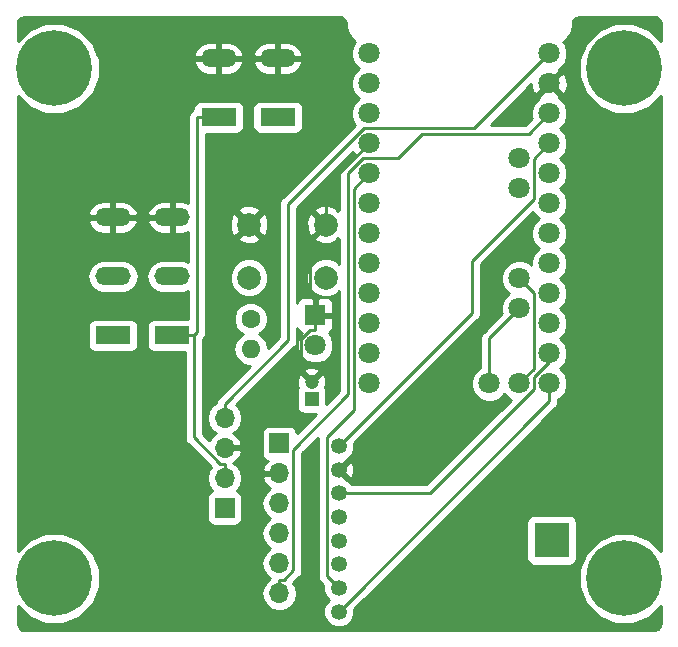
<source format=gbr>
G04 #@! TF.GenerationSoftware,KiCad,Pcbnew,(5.0.2)-1*
G04 #@! TF.CreationDate,2020-02-25T13:04:58+01:00*
G04 #@! TF.ProjectId,HB-UNI-Sen-Lev-Vo,48422d55-4e49-42d5-9365-6e2d4c65762d,V1.0.3*
G04 #@! TF.SameCoordinates,Original*
G04 #@! TF.FileFunction,Copper,L2,Bot*
G04 #@! TF.FilePolarity,Positive*
%FSLAX46Y46*%
G04 Gerber Fmt 4.6, Leading zero omitted, Abs format (unit mm)*
G04 Created by KiCad (PCBNEW (5.0.2)-1) date 25.02.2020 13:04:58*
%MOMM*%
%LPD*%
G01*
G04 APERTURE LIST*
G04 #@! TA.AperFunction,ComponentPad*
%ADD10R,1.200000X1.200000*%
G04 #@! TD*
G04 #@! TA.AperFunction,ComponentPad*
%ADD11C,1.200000*%
G04 #@! TD*
G04 #@! TA.AperFunction,ComponentPad*
%ADD12R,1.800000X1.800000*%
G04 #@! TD*
G04 #@! TA.AperFunction,ComponentPad*
%ADD13C,1.800000*%
G04 #@! TD*
G04 #@! TA.AperFunction,ComponentPad*
%ADD14R,1.700000X1.700000*%
G04 #@! TD*
G04 #@! TA.AperFunction,ComponentPad*
%ADD15O,1.700000X1.700000*%
G04 #@! TD*
G04 #@! TA.AperFunction,ComponentPad*
%ADD16C,1.600000*%
G04 #@! TD*
G04 #@! TA.AperFunction,ComponentPad*
%ADD17O,1.600000X1.600000*%
G04 #@! TD*
G04 #@! TA.AperFunction,ComponentPad*
%ADD18C,2.000000*%
G04 #@! TD*
G04 #@! TA.AperFunction,ComponentPad*
%ADD19C,1.350000*%
G04 #@! TD*
G04 #@! TA.AperFunction,ComponentPad*
%ADD20C,0.800000*%
G04 #@! TD*
G04 #@! TA.AperFunction,ComponentPad*
%ADD21C,6.400000*%
G04 #@! TD*
G04 #@! TA.AperFunction,ComponentPad*
%ADD22R,3.000000X3.000000*%
G04 #@! TD*
G04 #@! TA.AperFunction,ComponentPad*
%ADD23R,3.000000X1.500000*%
G04 #@! TD*
G04 #@! TA.AperFunction,ComponentPad*
%ADD24O,3.000000X1.500000*%
G04 #@! TD*
G04 #@! TA.AperFunction,Conductor*
%ADD25C,0.250000*%
G04 #@! TD*
G04 #@! TA.AperFunction,Conductor*
%ADD26C,0.254000*%
G04 #@! TD*
G04 APERTURE END LIST*
D10*
G04 #@! TO.P,C1,1*
G04 #@! TO.N,+3V3*
X150050000Y-83883500D03*
D11*
G04 #@! TO.P,C1,2*
G04 #@! TO.N,GND*
X150050000Y-82383500D03*
G04 #@! TD*
D12*
G04 #@! TO.P,D1,1*
G04 #@! TO.N,GND*
X150368000Y-76771500D03*
D13*
G04 #@! TO.P,D1,2*
G04 #@! TO.N,Net-(D1-Pad2)*
X150368000Y-79311500D03*
G04 #@! TD*
D14*
G04 #@! TO.P,J8,1*
G04 #@! TO.N,+3V3*
X147320000Y-87630000D03*
D15*
G04 #@! TO.P,J8,2*
G04 #@! TO.N,GND*
X147320000Y-90170000D03*
G04 #@! TO.P,J8,3*
G04 #@! TO.N,/MOSI*
X147320000Y-92710000D03*
G04 #@! TO.P,J8,4*
G04 #@! TO.N,/SCK*
X147320000Y-95250000D03*
G04 #@! TO.P,J8,5*
G04 #@! TO.N,/MISO*
X147320000Y-97790000D03*
G04 #@! TO.P,J8,6*
G04 #@! TO.N,/RSET*
X147320000Y-100330000D03*
G04 #@! TD*
D16*
G04 #@! TO.P,R1,1*
G04 #@! TO.N,Net-(R1-Pad1)*
X144907000Y-77089000D03*
D17*
G04 #@! TO.P,R1,2*
G04 #@! TO.N,Net-(D1-Pad2)*
X144907000Y-79629000D03*
G04 #@! TD*
D18*
G04 #@! TO.P,SW1,2*
G04 #@! TO.N,GND*
X151257000Y-69096500D03*
G04 #@! TO.P,SW1,1*
G04 #@! TO.N,Net-(SW1-Pad1)*
X151257000Y-73596500D03*
G04 #@! TO.P,SW1,2*
G04 #@! TO.N,GND*
X144757000Y-69096500D03*
G04 #@! TO.P,SW1,1*
G04 #@! TO.N,Net-(SW1-Pad1)*
X144757000Y-73596500D03*
G04 #@! TD*
D13*
G04 #@! TO.P,U1,28*
G04 #@! TO.N,Net-(U1-Pad28)*
X167640000Y-73660000D03*
G04 #@! TO.P,U1,27*
G04 #@! TO.N,Net-(U1-Pad27)*
X167640000Y-76200000D03*
X165100000Y-82550000D03*
G04 #@! TO.P,U1,28*
G04 #@! TO.N,Net-(U1-Pad28)*
X167640000Y-82550000D03*
G04 #@! TO.P,U1,1*
G04 #@! TO.N,/SS*
X170180000Y-82550000D03*
G04 #@! TO.P,U1,2*
G04 #@! TO.N,/MOSI*
X170180000Y-80010000D03*
G04 #@! TO.P,U1,3*
G04 #@! TO.N,/MISO*
X170180000Y-77470000D03*
G04 #@! TO.P,U1,4*
G04 #@! TO.N,/SCK*
X170180000Y-74930000D03*
G04 #@! TO.P,U1,5*
G04 #@! TO.N,/A0*
X170180000Y-72390000D03*
G04 #@! TO.P,U1,6*
G04 #@! TO.N,Net-(U1-Pad6)*
X170180000Y-69850000D03*
G04 #@! TO.P,U1,7*
G04 #@! TO.N,Net-(U1-Pad7)*
X170180000Y-67310000D03*
G04 #@! TO.P,U1,8*
G04 #@! TO.N,Net-(U1-Pad8)*
X170180000Y-64770000D03*
G04 #@! TO.P,U1,9*
G04 #@! TO.N,+3V3*
X170180000Y-62230000D03*
G04 #@! TO.P,U1,10*
G04 #@! TO.N,/RSET*
X170180000Y-59690000D03*
G04 #@! TO.P,U1,11*
G04 #@! TO.N,GND*
X170180000Y-57150000D03*
G04 #@! TO.P,U1,12*
G04 #@! TO.N,+5V*
X170180000Y-54610000D03*
G04 #@! TO.P,U1,13*
G04 #@! TO.N,N/C*
X154940000Y-54610000D03*
G04 #@! TO.P,U1,14*
X154940000Y-57150000D03*
G04 #@! TO.P,U1,15*
X154940000Y-59690000D03*
G04 #@! TO.P,U1,16*
G04 #@! TO.N,GND*
X154940000Y-62230000D03*
G04 #@! TO.P,U1,17*
G04 #@! TO.N,/D2*
X154940000Y-64770000D03*
G04 #@! TO.P,U1,18*
G04 #@! TO.N,Net-(U1-Pad18)*
X154940000Y-67310000D03*
G04 #@! TO.P,U1,19*
G04 #@! TO.N,Net-(R1-Pad1)*
X154940000Y-69850000D03*
G04 #@! TO.P,U1,20*
G04 #@! TO.N,Net-(U1-Pad20)*
X154940000Y-72390000D03*
G04 #@! TO.P,U1,21*
G04 #@! TO.N,Net-(U1-Pad21)*
X154940000Y-74930000D03*
G04 #@! TO.P,U1,22*
G04 #@! TO.N,Net-(U1-Pad22)*
X154940000Y-77470000D03*
G04 #@! TO.P,U1,23*
G04 #@! TO.N,Net-(SW1-Pad1)*
X154940000Y-80010000D03*
G04 #@! TO.P,U1,24*
G04 #@! TO.N,Net-(U1-Pad24)*
X154940000Y-82550000D03*
G04 #@! TO.P,U1,25*
G04 #@! TO.N,Net-(U1-Pad25)*
X167640000Y-66040000D03*
G04 #@! TO.P,U1,26*
G04 #@! TO.N,Net-(U1-Pad26)*
X167640000Y-63500000D03*
G04 #@! TD*
D19*
G04 #@! TO.P,U2,8*
G04 #@! TO.N,/SS*
X152360000Y-101860000D03*
G04 #@! TO.P,U2,1*
G04 #@! TO.N,+3V3*
X152360000Y-87860000D03*
G04 #@! TO.P,U2,2*
G04 #@! TO.N,GND*
X152360000Y-89860000D03*
G04 #@! TO.P,U2,3*
G04 #@! TO.N,/MOSI*
X152360000Y-91860000D03*
G04 #@! TO.P,U2,4*
G04 #@! TO.N,/SCK*
X152360000Y-93860000D03*
G04 #@! TO.P,U2,5*
G04 #@! TO.N,/MISO*
X152360000Y-95860000D03*
G04 #@! TO.P,U2,6*
G04 #@! TO.N,Net-(U2-Pad6)*
X152360000Y-97860000D03*
G04 #@! TO.P,U2,7*
G04 #@! TO.N,/D2*
X152360000Y-99860000D03*
G04 #@! TD*
D20*
G04 #@! TO.P,REF02,1*
G04 #@! TO.N,N/C*
X178227056Y-54182944D03*
X176530000Y-53480000D03*
X174832944Y-54182944D03*
X174130000Y-55880000D03*
X174832944Y-57577056D03*
X176530000Y-58280000D03*
X178227056Y-57577056D03*
X178930000Y-55880000D03*
D21*
X176530000Y-55880000D03*
G04 #@! TD*
D20*
G04 #@! TO.P,REF01,1*
G04 #@! TO.N,N/C*
X129967056Y-54182944D03*
X128270000Y-53480000D03*
X126572944Y-54182944D03*
X125870000Y-55880000D03*
X126572944Y-57577056D03*
X128270000Y-58280000D03*
X129967056Y-57577056D03*
X130670000Y-55880000D03*
D21*
X128270000Y-55880000D03*
G04 #@! TD*
D20*
G04 #@! TO.P,REF03,1*
G04 #@! TO.N,N/C*
X129967056Y-97362944D03*
X128270000Y-96660000D03*
X126572944Y-97362944D03*
X125870000Y-99060000D03*
X126572944Y-100757056D03*
X128270000Y-101460000D03*
X129967056Y-100757056D03*
X130670000Y-99060000D03*
D21*
X128270000Y-99060000D03*
G04 #@! TD*
D20*
G04 #@! TO.P,REF04,1*
G04 #@! TO.N,N/C*
X178227056Y-97362944D03*
X176530000Y-96660000D03*
X174832944Y-97362944D03*
X174130000Y-99060000D03*
X174832944Y-100757056D03*
X176530000Y-101460000D03*
X178227056Y-100757056D03*
X178930000Y-99060000D03*
D21*
X176530000Y-99060000D03*
G04 #@! TD*
D22*
G04 #@! TO.P,Antenne,1*
G04 #@! TO.N,N/C*
X170383000Y-95821500D03*
G04 #@! TD*
D14*
G04 #@! TO.P,J2,1*
G04 #@! TO.N,Net-(J2-Pad1)*
X142684000Y-93091000D03*
D15*
G04 #@! TO.P,J2,2*
G04 #@! TO.N,+12V*
X142684000Y-90551000D03*
G04 #@! TO.P,J2,3*
G04 #@! TO.N,GND*
X142684000Y-88011000D03*
G04 #@! TO.P,J2,4*
G04 #@! TO.N,+5V*
X142684000Y-85471000D03*
G04 #@! TD*
D23*
G04 #@! TO.P,J1,1*
G04 #@! TO.N,+12V*
X147193000Y-60007500D03*
X142193000Y-60007500D03*
D24*
G04 #@! TO.P,J1,2*
G04 #@! TO.N,GND*
X147193000Y-55007500D03*
X142193000Y-55007500D03*
G04 #@! TD*
D23*
G04 #@! TO.P,J6,1*
G04 #@! TO.N,+12V*
X138240000Y-78486000D03*
X133240000Y-78486000D03*
D24*
G04 #@! TO.P,J6,2*
G04 #@! TO.N,/A0*
X138240000Y-73486000D03*
X133240000Y-73486000D03*
G04 #@! TO.P,J6,3*
G04 #@! TO.N,GND*
X138240000Y-68486000D03*
X133240000Y-68486000D03*
G04 #@! TD*
D25*
G04 #@! TO.N,+3V3*
X152360000Y-87860000D02*
X163598500Y-76621500D01*
X163598500Y-76621500D02*
X163598500Y-72158600D01*
X163598500Y-72158600D02*
X168865400Y-66891700D01*
X168865400Y-66891700D02*
X168865400Y-63544600D01*
X168865400Y-63544600D02*
X170180000Y-62230000D01*
G04 #@! TO.N,GND*
X150368000Y-76771500D02*
X150368000Y-77996800D01*
X150050000Y-82383500D02*
X149142700Y-81476200D01*
X149142700Y-81476200D02*
X149142700Y-78762500D01*
X149142700Y-78762500D02*
X149908400Y-77996800D01*
X149908400Y-77996800D02*
X150368000Y-77996800D01*
X150368000Y-76771500D02*
X150368000Y-75546200D01*
X151257000Y-69096500D02*
X149912500Y-70441000D01*
X149912500Y-70441000D02*
X149912500Y-75090700D01*
X149912500Y-75090700D02*
X150368000Y-75546200D01*
X154940000Y-62230000D02*
X151257000Y-65913000D01*
X151257000Y-65913000D02*
X151257000Y-69096500D01*
G04 #@! TO.N,/MOSI*
X152360000Y-91860000D02*
X160069200Y-91860000D01*
X160069200Y-91860000D02*
X168910000Y-83019200D01*
X168910000Y-83019200D02*
X168910000Y-82002000D01*
X168910000Y-82002000D02*
X170180000Y-80732000D01*
X170180000Y-80732000D02*
X170180000Y-80010000D01*
G04 #@! TO.N,/RSET*
X147320000Y-100330000D02*
X147320000Y-99154700D01*
X170180000Y-59690000D02*
X168459600Y-61410400D01*
X168459600Y-61410400D02*
X159430400Y-61410400D01*
X159430400Y-61410400D02*
X157340800Y-63500000D01*
X157340800Y-63500000D02*
X154404100Y-63500000D01*
X154404100Y-63500000D02*
X153175000Y-64729100D01*
X153175000Y-64729100D02*
X153175000Y-83474900D01*
X153175000Y-83474900D02*
X148495300Y-88154600D01*
X148495300Y-88154600D02*
X148495300Y-98346800D01*
X148495300Y-98346800D02*
X147687400Y-99154700D01*
X147687400Y-99154700D02*
X147320000Y-99154700D01*
G04 #@! TO.N,Net-(U1-Pad28)*
X167640000Y-82550000D02*
X168872400Y-81317600D01*
X168872400Y-81317600D02*
X168872400Y-74892400D01*
X168872400Y-74892400D02*
X167640000Y-73660000D01*
G04 #@! TO.N,Net-(U1-Pad27)*
X165100000Y-82550000D02*
X165100000Y-78740000D01*
X165100000Y-78740000D02*
X167640000Y-76200000D01*
G04 #@! TO.N,/SS*
X170180000Y-82550000D02*
X170180000Y-84040000D01*
X170180000Y-84040000D02*
X152360000Y-101860000D01*
G04 #@! TO.N,/D2*
X152360000Y-99860000D02*
X151351400Y-98851400D01*
X151351400Y-98851400D02*
X151351400Y-87101600D01*
X151351400Y-87101600D02*
X153625400Y-84827600D01*
X153625400Y-84827600D02*
X153625400Y-66084600D01*
X153625400Y-66084600D02*
X154940000Y-64770000D01*
G04 #@! TO.N,+12V*
X142193000Y-60007500D02*
X140367700Y-60007500D01*
X140367700Y-60007500D02*
X140367700Y-78183600D01*
X140367700Y-78183600D02*
X140065300Y-78486000D01*
X142684000Y-90551000D02*
X142684000Y-89375700D01*
X138240000Y-78486000D02*
X140065300Y-78486000D01*
X140065300Y-78486000D02*
X140065300Y-87124300D01*
X140065300Y-87124300D02*
X142316700Y-89375700D01*
X142316700Y-89375700D02*
X142684000Y-89375700D01*
G04 #@! TO.N,+5V*
X142684000Y-85471000D02*
X142684000Y-84295700D01*
X142684000Y-84295700D02*
X148090100Y-78889600D01*
X148090100Y-78889600D02*
X148090100Y-67346900D01*
X148090100Y-67346900D02*
X154477000Y-60960000D01*
X154477000Y-60960000D02*
X163830000Y-60960000D01*
X163830000Y-60960000D02*
X170180000Y-54610000D01*
G04 #@! TD*
D26*
G04 #@! TO.N,GND*
G36*
X152587787Y-51554065D02*
X152752920Y-51649405D01*
X152875488Y-51795477D01*
X152951555Y-52004465D01*
X152962702Y-52131880D01*
X152981996Y-52352413D01*
X153006003Y-52442010D01*
X153022112Y-52533368D01*
X153172965Y-52947830D01*
X153172966Y-52947835D01*
X153296257Y-53161380D01*
X153579769Y-53499256D01*
X153742978Y-53636205D01*
X153638690Y-53740493D01*
X153405000Y-54304670D01*
X153405000Y-54915330D01*
X153638690Y-55479507D01*
X154039183Y-55880000D01*
X153638690Y-56280493D01*
X153405000Y-56844670D01*
X153405000Y-57455330D01*
X153638690Y-58019507D01*
X154039183Y-58420000D01*
X153638690Y-58820493D01*
X153405000Y-59384670D01*
X153405000Y-59995330D01*
X153638690Y-60559507D01*
X153720691Y-60641508D01*
X147605628Y-66756571D01*
X147542172Y-66798971D01*
X147499772Y-66862427D01*
X147499771Y-66862428D01*
X147468314Y-66909507D01*
X147374197Y-67050363D01*
X147333487Y-67255028D01*
X147315212Y-67346900D01*
X147330101Y-67421752D01*
X147330100Y-78574798D01*
X146354482Y-79550416D01*
X146258740Y-79069091D01*
X145941577Y-78594423D01*
X145589832Y-78359394D01*
X145719862Y-78305534D01*
X146123534Y-77901862D01*
X146342000Y-77374439D01*
X146342000Y-76803561D01*
X146123534Y-76276138D01*
X145719862Y-75872466D01*
X145192439Y-75654000D01*
X144621561Y-75654000D01*
X144094138Y-75872466D01*
X143690466Y-76276138D01*
X143472000Y-76803561D01*
X143472000Y-77374439D01*
X143690466Y-77901862D01*
X144094138Y-78305534D01*
X144224168Y-78359394D01*
X143872423Y-78594423D01*
X143555260Y-79069091D01*
X143443887Y-79629000D01*
X143555260Y-80188909D01*
X143872423Y-80663577D01*
X144347091Y-80980740D01*
X144765667Y-81064000D01*
X144840899Y-81064000D01*
X142199528Y-83705371D01*
X142136072Y-83747771D01*
X142093672Y-83811227D01*
X142093671Y-83811228D01*
X141968097Y-83999163D01*
X141930430Y-84188525D01*
X141613375Y-84400375D01*
X141285161Y-84891582D01*
X141169908Y-85471000D01*
X141285161Y-86050418D01*
X141613375Y-86541625D01*
X141932478Y-86754843D01*
X141802642Y-86815817D01*
X141412355Y-87244076D01*
X141367697Y-87351896D01*
X140825300Y-86809499D01*
X140825300Y-78800801D01*
X140852170Y-78773931D01*
X140915629Y-78731529D01*
X141083604Y-78480137D01*
X141127700Y-78258452D01*
X141127700Y-78258448D01*
X141142588Y-78183601D01*
X141127700Y-78108754D01*
X141127700Y-73271278D01*
X143122000Y-73271278D01*
X143122000Y-73921722D01*
X143370914Y-74522653D01*
X143830847Y-74982586D01*
X144431778Y-75231500D01*
X145082222Y-75231500D01*
X145683153Y-74982586D01*
X146143086Y-74522653D01*
X146392000Y-73921722D01*
X146392000Y-73271278D01*
X146143086Y-72670347D01*
X145683153Y-72210414D01*
X145082222Y-71961500D01*
X144431778Y-71961500D01*
X143830847Y-72210414D01*
X143370914Y-72670347D01*
X143122000Y-73271278D01*
X141127700Y-73271278D01*
X141127700Y-70249032D01*
X143784073Y-70249032D01*
X143882736Y-70515887D01*
X144492461Y-70742408D01*
X145142460Y-70718356D01*
X145631264Y-70515887D01*
X145729927Y-70249032D01*
X144757000Y-69276105D01*
X143784073Y-70249032D01*
X141127700Y-70249032D01*
X141127700Y-68831961D01*
X143111092Y-68831961D01*
X143135144Y-69481960D01*
X143337613Y-69970764D01*
X143604468Y-70069427D01*
X144577395Y-69096500D01*
X144936605Y-69096500D01*
X145909532Y-70069427D01*
X146176387Y-69970764D01*
X146402908Y-69361039D01*
X146378856Y-68711040D01*
X146176387Y-68222236D01*
X145909532Y-68123573D01*
X144936605Y-69096500D01*
X144577395Y-69096500D01*
X143604468Y-68123573D01*
X143337613Y-68222236D01*
X143111092Y-68831961D01*
X141127700Y-68831961D01*
X141127700Y-67943968D01*
X143784073Y-67943968D01*
X144757000Y-68916895D01*
X145729927Y-67943968D01*
X145631264Y-67677113D01*
X145021539Y-67450592D01*
X144371540Y-67474644D01*
X143882736Y-67677113D01*
X143784073Y-67943968D01*
X141127700Y-67943968D01*
X141127700Y-61404940D01*
X143693000Y-61404940D01*
X143940765Y-61355657D01*
X144150809Y-61215309D01*
X144291157Y-61005265D01*
X144340440Y-60757500D01*
X144340440Y-59257500D01*
X145045560Y-59257500D01*
X145045560Y-60757500D01*
X145094843Y-61005265D01*
X145235191Y-61215309D01*
X145445235Y-61355657D01*
X145693000Y-61404940D01*
X148693000Y-61404940D01*
X148940765Y-61355657D01*
X149150809Y-61215309D01*
X149291157Y-61005265D01*
X149340440Y-60757500D01*
X149340440Y-59257500D01*
X149291157Y-59009735D01*
X149150809Y-58799691D01*
X148940765Y-58659343D01*
X148693000Y-58610060D01*
X145693000Y-58610060D01*
X145445235Y-58659343D01*
X145235191Y-58799691D01*
X145094843Y-59009735D01*
X145045560Y-59257500D01*
X144340440Y-59257500D01*
X144291157Y-59009735D01*
X144150809Y-58799691D01*
X143940765Y-58659343D01*
X143693000Y-58610060D01*
X140693000Y-58610060D01*
X140445235Y-58659343D01*
X140235191Y-58799691D01*
X140094843Y-59009735D01*
X140045560Y-59257500D01*
X140045560Y-59308703D01*
X139819771Y-59459571D01*
X139651796Y-59710963D01*
X139592811Y-60007500D01*
X139607700Y-60082352D01*
X139607700Y-67246252D01*
X139117000Y-67101000D01*
X138367000Y-67101000D01*
X138367000Y-68359000D01*
X138387000Y-68359000D01*
X138387000Y-68613000D01*
X138367000Y-68613000D01*
X138367000Y-69871000D01*
X139117000Y-69871000D01*
X139607701Y-69725748D01*
X139607701Y-72233010D01*
X139530400Y-72181359D01*
X139126407Y-72101000D01*
X137353593Y-72101000D01*
X136949600Y-72181359D01*
X136491471Y-72487471D01*
X136185359Y-72945600D01*
X136077867Y-73486000D01*
X136185359Y-74026400D01*
X136491471Y-74484529D01*
X136949600Y-74790641D01*
X137353593Y-74871000D01*
X139126407Y-74871000D01*
X139530400Y-74790641D01*
X139607701Y-74738990D01*
X139607701Y-77088560D01*
X136740000Y-77088560D01*
X136492235Y-77137843D01*
X136282191Y-77278191D01*
X136141843Y-77488235D01*
X136092560Y-77736000D01*
X136092560Y-79236000D01*
X136141843Y-79483765D01*
X136282191Y-79693809D01*
X136492235Y-79834157D01*
X136740000Y-79883440D01*
X139305300Y-79883440D01*
X139305301Y-87049448D01*
X139290412Y-87124300D01*
X139305301Y-87199152D01*
X139349397Y-87420837D01*
X139517372Y-87672229D01*
X139580828Y-87714629D01*
X141506509Y-89640312D01*
X141285161Y-89971582D01*
X141169908Y-90551000D01*
X141285161Y-91130418D01*
X141613375Y-91621625D01*
X141631619Y-91633816D01*
X141586235Y-91642843D01*
X141376191Y-91783191D01*
X141235843Y-91993235D01*
X141186560Y-92241000D01*
X141186560Y-93941000D01*
X141235843Y-94188765D01*
X141376191Y-94398809D01*
X141586235Y-94539157D01*
X141834000Y-94588440D01*
X143534000Y-94588440D01*
X143781765Y-94539157D01*
X143991809Y-94398809D01*
X144132157Y-94188765D01*
X144181440Y-93941000D01*
X144181440Y-92241000D01*
X144132157Y-91993235D01*
X143991809Y-91783191D01*
X143781765Y-91642843D01*
X143736381Y-91633816D01*
X143754625Y-91621625D01*
X144082839Y-91130418D01*
X144198092Y-90551000D01*
X144082839Y-89971582D01*
X143754625Y-89480375D01*
X143437571Y-89268526D01*
X143437147Y-89266394D01*
X143565358Y-89206183D01*
X143955645Y-88777924D01*
X144125476Y-88367890D01*
X144004155Y-88138000D01*
X142811000Y-88138000D01*
X142811000Y-88158000D01*
X142557000Y-88158000D01*
X142557000Y-88138000D01*
X142537000Y-88138000D01*
X142537000Y-87884000D01*
X142557000Y-87884000D01*
X142557000Y-87864000D01*
X142811000Y-87864000D01*
X142811000Y-87884000D01*
X144004155Y-87884000D01*
X144125476Y-87654110D01*
X143955645Y-87244076D01*
X143565358Y-86815817D01*
X143435522Y-86754843D01*
X143754625Y-86541625D01*
X144082839Y-86050418D01*
X144198092Y-85471000D01*
X144082839Y-84891582D01*
X143754625Y-84400375D01*
X143694380Y-84360121D01*
X146533736Y-81520765D01*
X149366870Y-81520765D01*
X150050000Y-82203895D01*
X150733130Y-81520765D01*
X150683617Y-81295336D01*
X150218964Y-81135693D01*
X149728587Y-81166018D01*
X149416383Y-81295336D01*
X149366870Y-81520765D01*
X146533736Y-81520765D01*
X148574573Y-79479929D01*
X148638029Y-79437529D01*
X148806004Y-79186137D01*
X148833000Y-79050419D01*
X148833000Y-79616830D01*
X149066690Y-80181007D01*
X149498493Y-80612810D01*
X150062670Y-80846500D01*
X150673330Y-80846500D01*
X151237507Y-80612810D01*
X151669310Y-80181007D01*
X151903000Y-79616830D01*
X151903000Y-79006170D01*
X151669310Y-78441993D01*
X151492956Y-78265639D01*
X151627699Y-78209827D01*
X151806327Y-78031198D01*
X151903000Y-77797809D01*
X151903000Y-77057250D01*
X151744250Y-76898500D01*
X150495000Y-76898500D01*
X150495000Y-76918500D01*
X150241000Y-76918500D01*
X150241000Y-76898500D01*
X150221000Y-76898500D01*
X150221000Y-76644500D01*
X150241000Y-76644500D01*
X150241000Y-75395250D01*
X150495000Y-75395250D01*
X150495000Y-76644500D01*
X151744250Y-76644500D01*
X151903000Y-76485750D01*
X151903000Y-75745191D01*
X151806327Y-75511802D01*
X151627699Y-75333173D01*
X151394310Y-75236500D01*
X150653750Y-75236500D01*
X150495000Y-75395250D01*
X150241000Y-75395250D01*
X150082250Y-75236500D01*
X149341690Y-75236500D01*
X149108301Y-75333173D01*
X148929673Y-75511802D01*
X148850100Y-75703908D01*
X148850100Y-68831961D01*
X149611092Y-68831961D01*
X149635144Y-69481960D01*
X149837613Y-69970764D01*
X150104468Y-70069427D01*
X151077395Y-69096500D01*
X150104468Y-68123573D01*
X149837613Y-68222236D01*
X149611092Y-68831961D01*
X148850100Y-68831961D01*
X148850100Y-67661701D01*
X153563610Y-62948191D01*
X153603357Y-63044148D01*
X153739339Y-63089959D01*
X152690530Y-64138769D01*
X152627071Y-64181171D01*
X152459096Y-64432564D01*
X152415000Y-64654249D01*
X152415000Y-64654253D01*
X152400112Y-64729100D01*
X152415000Y-64803947D01*
X152415000Y-67900480D01*
X152344206Y-67829686D01*
X152229926Y-67943966D01*
X152131264Y-67677113D01*
X151521539Y-67450592D01*
X150871540Y-67474644D01*
X150382736Y-67677113D01*
X150284073Y-67943968D01*
X151257000Y-68916895D01*
X151271143Y-68902753D01*
X151450748Y-69082358D01*
X151436605Y-69096500D01*
X151450748Y-69110643D01*
X151271143Y-69290248D01*
X151257000Y-69276105D01*
X150284073Y-70249032D01*
X150382736Y-70515887D01*
X150992461Y-70742408D01*
X151642460Y-70718356D01*
X152131264Y-70515887D01*
X152229926Y-70249034D01*
X152344206Y-70363314D01*
X152415000Y-70292520D01*
X152415000Y-72442261D01*
X152183153Y-72210414D01*
X151582222Y-71961500D01*
X150931778Y-71961500D01*
X150330847Y-72210414D01*
X149870914Y-72670347D01*
X149622000Y-73271278D01*
X149622000Y-73921722D01*
X149870914Y-74522653D01*
X150330847Y-74982586D01*
X150931778Y-75231500D01*
X151582222Y-75231500D01*
X152183153Y-74982586D01*
X152415001Y-74750738D01*
X152415001Y-83160097D01*
X151297440Y-84277658D01*
X151297440Y-83283500D01*
X151248157Y-83035735D01*
X151171291Y-82920698D01*
X151297807Y-82552464D01*
X151267482Y-82062087D01*
X151138164Y-81749883D01*
X150912735Y-81700370D01*
X150229605Y-82383500D01*
X150243748Y-82397643D01*
X150064143Y-82577248D01*
X150050000Y-82563105D01*
X150035858Y-82577248D01*
X149856253Y-82397643D01*
X149870395Y-82383500D01*
X149187265Y-81700370D01*
X148961836Y-81749883D01*
X148802193Y-82214536D01*
X148832518Y-82704913D01*
X148924505Y-82926990D01*
X148851843Y-83035735D01*
X148802560Y-83283500D01*
X148802560Y-84483500D01*
X148851843Y-84731265D01*
X148992191Y-84941309D01*
X149202235Y-85081657D01*
X149450000Y-85130940D01*
X150444158Y-85130940D01*
X148813733Y-86761365D01*
X148768157Y-86532235D01*
X148627809Y-86322191D01*
X148417765Y-86181843D01*
X148170000Y-86132560D01*
X146470000Y-86132560D01*
X146222235Y-86181843D01*
X146012191Y-86322191D01*
X145871843Y-86532235D01*
X145822560Y-86780000D01*
X145822560Y-88480000D01*
X145871843Y-88727765D01*
X146012191Y-88937809D01*
X146222235Y-89078157D01*
X146325708Y-89098739D01*
X146048355Y-89403076D01*
X145878524Y-89813110D01*
X145999845Y-90043000D01*
X147193000Y-90043000D01*
X147193000Y-90023000D01*
X147447000Y-90023000D01*
X147447000Y-90043000D01*
X147467000Y-90043000D01*
X147467000Y-90297000D01*
X147447000Y-90297000D01*
X147447000Y-90317000D01*
X147193000Y-90317000D01*
X147193000Y-90297000D01*
X145999845Y-90297000D01*
X145878524Y-90526890D01*
X146048355Y-90936924D01*
X146438642Y-91365183D01*
X146568478Y-91426157D01*
X146249375Y-91639375D01*
X145921161Y-92130582D01*
X145805908Y-92710000D01*
X145921161Y-93289418D01*
X146249375Y-93780625D01*
X146547761Y-93980000D01*
X146249375Y-94179375D01*
X145921161Y-94670582D01*
X145805908Y-95250000D01*
X145921161Y-95829418D01*
X146249375Y-96320625D01*
X146547761Y-96520000D01*
X146249375Y-96719375D01*
X145921161Y-97210582D01*
X145805908Y-97790000D01*
X145921161Y-98369418D01*
X146249375Y-98860625D01*
X146547761Y-99060000D01*
X146249375Y-99259375D01*
X145921161Y-99750582D01*
X145805908Y-100330000D01*
X145921161Y-100909418D01*
X146249375Y-101400625D01*
X146740582Y-101728839D01*
X147173744Y-101815000D01*
X147466256Y-101815000D01*
X147899418Y-101728839D01*
X148390625Y-101400625D01*
X148718839Y-100909418D01*
X148834092Y-100330000D01*
X148718839Y-99750582D01*
X148497531Y-99419371D01*
X148979773Y-98937129D01*
X149043229Y-98894729D01*
X149211204Y-98643337D01*
X149255300Y-98421652D01*
X149255300Y-98421648D01*
X149270188Y-98346801D01*
X149255300Y-98271954D01*
X149255300Y-88469401D01*
X150584242Y-87140460D01*
X150591401Y-87176452D01*
X150591400Y-98776553D01*
X150576512Y-98851400D01*
X150591400Y-98926247D01*
X150591400Y-98926251D01*
X150635496Y-99147936D01*
X150803471Y-99399329D01*
X150866930Y-99441731D01*
X151050000Y-99624801D01*
X151050000Y-100120575D01*
X151249436Y-100602055D01*
X151507381Y-100860000D01*
X151249436Y-101117945D01*
X151050000Y-101599425D01*
X151050000Y-102120575D01*
X151249436Y-102602055D01*
X151617945Y-102970564D01*
X152099425Y-103170000D01*
X152620575Y-103170000D01*
X153102055Y-102970564D01*
X153470564Y-102602055D01*
X153670000Y-102120575D01*
X153670000Y-101624801D01*
X160973301Y-94321500D01*
X168235560Y-94321500D01*
X168235560Y-97321500D01*
X168284843Y-97569265D01*
X168425191Y-97779309D01*
X168635235Y-97919657D01*
X168883000Y-97968940D01*
X171883000Y-97968940D01*
X172130765Y-97919657D01*
X172340809Y-97779309D01*
X172481157Y-97569265D01*
X172530440Y-97321500D01*
X172530440Y-94321500D01*
X172481157Y-94073735D01*
X172340809Y-93863691D01*
X172130765Y-93723343D01*
X171883000Y-93674060D01*
X168883000Y-93674060D01*
X168635235Y-93723343D01*
X168425191Y-93863691D01*
X168284843Y-94073735D01*
X168235560Y-94321500D01*
X160973301Y-94321500D01*
X170664473Y-84630329D01*
X170727929Y-84587929D01*
X170853249Y-84400375D01*
X170895904Y-84336538D01*
X170924892Y-84190804D01*
X170940000Y-84114852D01*
X170940000Y-84114848D01*
X170954888Y-84040000D01*
X170940000Y-83965152D01*
X170940000Y-83896669D01*
X171049507Y-83851310D01*
X171481310Y-83419507D01*
X171715000Y-82855330D01*
X171715000Y-82244670D01*
X171481310Y-81680493D01*
X171080817Y-81280000D01*
X171481310Y-80879507D01*
X171715000Y-80315330D01*
X171715000Y-79704670D01*
X171481310Y-79140493D01*
X171080817Y-78740000D01*
X171481310Y-78339507D01*
X171715000Y-77775330D01*
X171715000Y-77164670D01*
X171481310Y-76600493D01*
X171080817Y-76200000D01*
X171481310Y-75799507D01*
X171715000Y-75235330D01*
X171715000Y-74624670D01*
X171481310Y-74060493D01*
X171080817Y-73660000D01*
X171481310Y-73259507D01*
X171715000Y-72695330D01*
X171715000Y-72084670D01*
X171481310Y-71520493D01*
X171080817Y-71120000D01*
X171481310Y-70719507D01*
X171715000Y-70155330D01*
X171715000Y-69544670D01*
X171481310Y-68980493D01*
X171080817Y-68580000D01*
X171481310Y-68179507D01*
X171715000Y-67615330D01*
X171715000Y-67004670D01*
X171481310Y-66440493D01*
X171080817Y-66040000D01*
X171481310Y-65639507D01*
X171715000Y-65075330D01*
X171715000Y-64464670D01*
X171481310Y-63900493D01*
X171080817Y-63500000D01*
X171481310Y-63099507D01*
X171715000Y-62535330D01*
X171715000Y-61924670D01*
X171481310Y-61360493D01*
X171080817Y-60960000D01*
X171481310Y-60559507D01*
X171715000Y-59995330D01*
X171715000Y-59384670D01*
X171481310Y-58820493D01*
X171049507Y-58388690D01*
X171029885Y-58380562D01*
X171080554Y-58230159D01*
X170180000Y-57329605D01*
X169279446Y-58230159D01*
X169330115Y-58380562D01*
X169310493Y-58388690D01*
X168878690Y-58820493D01*
X168645000Y-59384670D01*
X168645000Y-59995330D01*
X168690360Y-60104839D01*
X168144799Y-60650400D01*
X165214401Y-60650400D01*
X168646515Y-57218287D01*
X168659161Y-57519460D01*
X168843357Y-57964148D01*
X169099841Y-58050554D01*
X170000395Y-57150000D01*
X170359605Y-57150000D01*
X171260159Y-58050554D01*
X171516643Y-57964148D01*
X171726458Y-57390664D01*
X171700839Y-56780540D01*
X171516643Y-56335852D01*
X171260159Y-56249446D01*
X170359605Y-57150000D01*
X170000395Y-57150000D01*
X169986253Y-57135858D01*
X170165858Y-56956253D01*
X170180000Y-56970395D01*
X171080554Y-56069841D01*
X171029885Y-55919438D01*
X171049507Y-55911310D01*
X171481310Y-55479507D01*
X171715000Y-54915330D01*
X171715000Y-54304670D01*
X171481310Y-53740493D01*
X171370983Y-53630166D01*
X171609256Y-53430231D01*
X171767754Y-53241340D01*
X171767755Y-53241338D01*
X171988287Y-52859368D01*
X171988288Y-52859366D01*
X171988289Y-52859365D01*
X172072624Y-52627656D01*
X172149214Y-52193289D01*
X172204065Y-51882213D01*
X172299405Y-51717080D01*
X172445477Y-51594512D01*
X172654465Y-51518445D01*
X172750996Y-51510000D01*
X179007881Y-51510000D01*
X179257787Y-51554065D01*
X179422920Y-51649405D01*
X179545488Y-51795477D01*
X179621555Y-52004465D01*
X179630001Y-52101007D01*
X179630001Y-53556492D01*
X178702353Y-52628844D01*
X177292829Y-52045000D01*
X175767171Y-52045000D01*
X174357647Y-52628844D01*
X173278844Y-53707647D01*
X172695000Y-55117171D01*
X172695000Y-56642829D01*
X173278844Y-58052353D01*
X174357647Y-59131156D01*
X175767171Y-59715000D01*
X177292829Y-59715000D01*
X178702353Y-59131156D01*
X179630001Y-58203508D01*
X179630000Y-96736491D01*
X178702353Y-95808844D01*
X177292829Y-95225000D01*
X175767171Y-95225000D01*
X174357647Y-95808844D01*
X173278844Y-96887647D01*
X172695000Y-98297171D01*
X172695000Y-99822829D01*
X173278844Y-101232353D01*
X174357647Y-102311156D01*
X175767171Y-102895000D01*
X177292829Y-102895000D01*
X178702353Y-102311156D01*
X179630000Y-101383509D01*
X179630000Y-102807881D01*
X179585935Y-103057787D01*
X179490596Y-103222919D01*
X179344524Y-103345488D01*
X179135532Y-103421555D01*
X179039004Y-103430000D01*
X125792119Y-103430000D01*
X125542213Y-103385935D01*
X125377081Y-103290596D01*
X125254512Y-103144524D01*
X125178445Y-102935532D01*
X125170000Y-102839004D01*
X125170000Y-101383509D01*
X126097647Y-102311156D01*
X127507171Y-102895000D01*
X129032829Y-102895000D01*
X130442353Y-102311156D01*
X131521156Y-101232353D01*
X132105000Y-99822829D01*
X132105000Y-98297171D01*
X131521156Y-96887647D01*
X130442353Y-95808844D01*
X129032829Y-95225000D01*
X127507171Y-95225000D01*
X126097647Y-95808844D01*
X125170000Y-96736491D01*
X125170000Y-77736000D01*
X131092560Y-77736000D01*
X131092560Y-79236000D01*
X131141843Y-79483765D01*
X131282191Y-79693809D01*
X131492235Y-79834157D01*
X131740000Y-79883440D01*
X134740000Y-79883440D01*
X134987765Y-79834157D01*
X135197809Y-79693809D01*
X135338157Y-79483765D01*
X135387440Y-79236000D01*
X135387440Y-77736000D01*
X135338157Y-77488235D01*
X135197809Y-77278191D01*
X134987765Y-77137843D01*
X134740000Y-77088560D01*
X131740000Y-77088560D01*
X131492235Y-77137843D01*
X131282191Y-77278191D01*
X131141843Y-77488235D01*
X131092560Y-77736000D01*
X125170000Y-77736000D01*
X125170000Y-73486000D01*
X131077867Y-73486000D01*
X131185359Y-74026400D01*
X131491471Y-74484529D01*
X131949600Y-74790641D01*
X132353593Y-74871000D01*
X134126407Y-74871000D01*
X134530400Y-74790641D01*
X134988529Y-74484529D01*
X135294641Y-74026400D01*
X135402133Y-73486000D01*
X135294641Y-72945600D01*
X134988529Y-72487471D01*
X134530400Y-72181359D01*
X134126407Y-72101000D01*
X132353593Y-72101000D01*
X131949600Y-72181359D01*
X131491471Y-72487471D01*
X131185359Y-72945600D01*
X131077867Y-73486000D01*
X125170000Y-73486000D01*
X125170000Y-68827185D01*
X131147682Y-68827185D01*
X131161827Y-68898684D01*
X131420855Y-69375540D01*
X131842651Y-69716972D01*
X132363000Y-69871000D01*
X133113000Y-69871000D01*
X133113000Y-68613000D01*
X133367000Y-68613000D01*
X133367000Y-69871000D01*
X134117000Y-69871000D01*
X134637349Y-69716972D01*
X135059145Y-69375540D01*
X135318173Y-68898684D01*
X135332318Y-68827185D01*
X136147682Y-68827185D01*
X136161827Y-68898684D01*
X136420855Y-69375540D01*
X136842651Y-69716972D01*
X137363000Y-69871000D01*
X138113000Y-69871000D01*
X138113000Y-68613000D01*
X136270344Y-68613000D01*
X136147682Y-68827185D01*
X135332318Y-68827185D01*
X135209656Y-68613000D01*
X133367000Y-68613000D01*
X133113000Y-68613000D01*
X131270344Y-68613000D01*
X131147682Y-68827185D01*
X125170000Y-68827185D01*
X125170000Y-68144815D01*
X131147682Y-68144815D01*
X131270344Y-68359000D01*
X133113000Y-68359000D01*
X133113000Y-67101000D01*
X133367000Y-67101000D01*
X133367000Y-68359000D01*
X135209656Y-68359000D01*
X135332318Y-68144815D01*
X136147682Y-68144815D01*
X136270344Y-68359000D01*
X138113000Y-68359000D01*
X138113000Y-67101000D01*
X137363000Y-67101000D01*
X136842651Y-67255028D01*
X136420855Y-67596460D01*
X136161827Y-68073316D01*
X136147682Y-68144815D01*
X135332318Y-68144815D01*
X135318173Y-68073316D01*
X135059145Y-67596460D01*
X134637349Y-67255028D01*
X134117000Y-67101000D01*
X133367000Y-67101000D01*
X133113000Y-67101000D01*
X132363000Y-67101000D01*
X131842651Y-67255028D01*
X131420855Y-67596460D01*
X131161827Y-68073316D01*
X131147682Y-68144815D01*
X125170000Y-68144815D01*
X125170000Y-58203509D01*
X126097647Y-59131156D01*
X127507171Y-59715000D01*
X129032829Y-59715000D01*
X130442353Y-59131156D01*
X131521156Y-58052353D01*
X132105000Y-56642829D01*
X132105000Y-55348685D01*
X140100682Y-55348685D01*
X140114827Y-55420184D01*
X140373855Y-55897040D01*
X140795651Y-56238472D01*
X141316000Y-56392500D01*
X142066000Y-56392500D01*
X142066000Y-55134500D01*
X142320000Y-55134500D01*
X142320000Y-56392500D01*
X143070000Y-56392500D01*
X143590349Y-56238472D01*
X144012145Y-55897040D01*
X144271173Y-55420184D01*
X144285318Y-55348685D01*
X145100682Y-55348685D01*
X145114827Y-55420184D01*
X145373855Y-55897040D01*
X145795651Y-56238472D01*
X146316000Y-56392500D01*
X147066000Y-56392500D01*
X147066000Y-55134500D01*
X147320000Y-55134500D01*
X147320000Y-56392500D01*
X148070000Y-56392500D01*
X148590349Y-56238472D01*
X149012145Y-55897040D01*
X149271173Y-55420184D01*
X149285318Y-55348685D01*
X149162656Y-55134500D01*
X147320000Y-55134500D01*
X147066000Y-55134500D01*
X145223344Y-55134500D01*
X145100682Y-55348685D01*
X144285318Y-55348685D01*
X144162656Y-55134500D01*
X142320000Y-55134500D01*
X142066000Y-55134500D01*
X140223344Y-55134500D01*
X140100682Y-55348685D01*
X132105000Y-55348685D01*
X132105000Y-55117171D01*
X131918250Y-54666315D01*
X140100682Y-54666315D01*
X140223344Y-54880500D01*
X142066000Y-54880500D01*
X142066000Y-53622500D01*
X142320000Y-53622500D01*
X142320000Y-54880500D01*
X144162656Y-54880500D01*
X144285318Y-54666315D01*
X145100682Y-54666315D01*
X145223344Y-54880500D01*
X147066000Y-54880500D01*
X147066000Y-53622500D01*
X147320000Y-53622500D01*
X147320000Y-54880500D01*
X149162656Y-54880500D01*
X149285318Y-54666315D01*
X149271173Y-54594816D01*
X149012145Y-54117960D01*
X148590349Y-53776528D01*
X148070000Y-53622500D01*
X147320000Y-53622500D01*
X147066000Y-53622500D01*
X146316000Y-53622500D01*
X145795651Y-53776528D01*
X145373855Y-54117960D01*
X145114827Y-54594816D01*
X145100682Y-54666315D01*
X144285318Y-54666315D01*
X144271173Y-54594816D01*
X144012145Y-54117960D01*
X143590349Y-53776528D01*
X143070000Y-53622500D01*
X142320000Y-53622500D01*
X142066000Y-53622500D01*
X141316000Y-53622500D01*
X140795651Y-53776528D01*
X140373855Y-54117960D01*
X140114827Y-54594816D01*
X140100682Y-54666315D01*
X131918250Y-54666315D01*
X131521156Y-53707647D01*
X130442353Y-52628844D01*
X129032829Y-52045000D01*
X127507171Y-52045000D01*
X126097647Y-52628844D01*
X125170000Y-53556491D01*
X125170000Y-52132119D01*
X125214065Y-51882213D01*
X125309405Y-51717080D01*
X125455477Y-51594512D01*
X125664465Y-51518445D01*
X125760996Y-51510000D01*
X152337881Y-51510000D01*
X152587787Y-51554065D01*
X152587787Y-51554065D01*
G37*
X152587787Y-51554065D02*
X152752920Y-51649405D01*
X152875488Y-51795477D01*
X152951555Y-52004465D01*
X152962702Y-52131880D01*
X152981996Y-52352413D01*
X153006003Y-52442010D01*
X153022112Y-52533368D01*
X153172965Y-52947830D01*
X153172966Y-52947835D01*
X153296257Y-53161380D01*
X153579769Y-53499256D01*
X153742978Y-53636205D01*
X153638690Y-53740493D01*
X153405000Y-54304670D01*
X153405000Y-54915330D01*
X153638690Y-55479507D01*
X154039183Y-55880000D01*
X153638690Y-56280493D01*
X153405000Y-56844670D01*
X153405000Y-57455330D01*
X153638690Y-58019507D01*
X154039183Y-58420000D01*
X153638690Y-58820493D01*
X153405000Y-59384670D01*
X153405000Y-59995330D01*
X153638690Y-60559507D01*
X153720691Y-60641508D01*
X147605628Y-66756571D01*
X147542172Y-66798971D01*
X147499772Y-66862427D01*
X147499771Y-66862428D01*
X147468314Y-66909507D01*
X147374197Y-67050363D01*
X147333487Y-67255028D01*
X147315212Y-67346900D01*
X147330101Y-67421752D01*
X147330100Y-78574798D01*
X146354482Y-79550416D01*
X146258740Y-79069091D01*
X145941577Y-78594423D01*
X145589832Y-78359394D01*
X145719862Y-78305534D01*
X146123534Y-77901862D01*
X146342000Y-77374439D01*
X146342000Y-76803561D01*
X146123534Y-76276138D01*
X145719862Y-75872466D01*
X145192439Y-75654000D01*
X144621561Y-75654000D01*
X144094138Y-75872466D01*
X143690466Y-76276138D01*
X143472000Y-76803561D01*
X143472000Y-77374439D01*
X143690466Y-77901862D01*
X144094138Y-78305534D01*
X144224168Y-78359394D01*
X143872423Y-78594423D01*
X143555260Y-79069091D01*
X143443887Y-79629000D01*
X143555260Y-80188909D01*
X143872423Y-80663577D01*
X144347091Y-80980740D01*
X144765667Y-81064000D01*
X144840899Y-81064000D01*
X142199528Y-83705371D01*
X142136072Y-83747771D01*
X142093672Y-83811227D01*
X142093671Y-83811228D01*
X141968097Y-83999163D01*
X141930430Y-84188525D01*
X141613375Y-84400375D01*
X141285161Y-84891582D01*
X141169908Y-85471000D01*
X141285161Y-86050418D01*
X141613375Y-86541625D01*
X141932478Y-86754843D01*
X141802642Y-86815817D01*
X141412355Y-87244076D01*
X141367697Y-87351896D01*
X140825300Y-86809499D01*
X140825300Y-78800801D01*
X140852170Y-78773931D01*
X140915629Y-78731529D01*
X141083604Y-78480137D01*
X141127700Y-78258452D01*
X141127700Y-78258448D01*
X141142588Y-78183601D01*
X141127700Y-78108754D01*
X141127700Y-73271278D01*
X143122000Y-73271278D01*
X143122000Y-73921722D01*
X143370914Y-74522653D01*
X143830847Y-74982586D01*
X144431778Y-75231500D01*
X145082222Y-75231500D01*
X145683153Y-74982586D01*
X146143086Y-74522653D01*
X146392000Y-73921722D01*
X146392000Y-73271278D01*
X146143086Y-72670347D01*
X145683153Y-72210414D01*
X145082222Y-71961500D01*
X144431778Y-71961500D01*
X143830847Y-72210414D01*
X143370914Y-72670347D01*
X143122000Y-73271278D01*
X141127700Y-73271278D01*
X141127700Y-70249032D01*
X143784073Y-70249032D01*
X143882736Y-70515887D01*
X144492461Y-70742408D01*
X145142460Y-70718356D01*
X145631264Y-70515887D01*
X145729927Y-70249032D01*
X144757000Y-69276105D01*
X143784073Y-70249032D01*
X141127700Y-70249032D01*
X141127700Y-68831961D01*
X143111092Y-68831961D01*
X143135144Y-69481960D01*
X143337613Y-69970764D01*
X143604468Y-70069427D01*
X144577395Y-69096500D01*
X144936605Y-69096500D01*
X145909532Y-70069427D01*
X146176387Y-69970764D01*
X146402908Y-69361039D01*
X146378856Y-68711040D01*
X146176387Y-68222236D01*
X145909532Y-68123573D01*
X144936605Y-69096500D01*
X144577395Y-69096500D01*
X143604468Y-68123573D01*
X143337613Y-68222236D01*
X143111092Y-68831961D01*
X141127700Y-68831961D01*
X141127700Y-67943968D01*
X143784073Y-67943968D01*
X144757000Y-68916895D01*
X145729927Y-67943968D01*
X145631264Y-67677113D01*
X145021539Y-67450592D01*
X144371540Y-67474644D01*
X143882736Y-67677113D01*
X143784073Y-67943968D01*
X141127700Y-67943968D01*
X141127700Y-61404940D01*
X143693000Y-61404940D01*
X143940765Y-61355657D01*
X144150809Y-61215309D01*
X144291157Y-61005265D01*
X144340440Y-60757500D01*
X144340440Y-59257500D01*
X145045560Y-59257500D01*
X145045560Y-60757500D01*
X145094843Y-61005265D01*
X145235191Y-61215309D01*
X145445235Y-61355657D01*
X145693000Y-61404940D01*
X148693000Y-61404940D01*
X148940765Y-61355657D01*
X149150809Y-61215309D01*
X149291157Y-61005265D01*
X149340440Y-60757500D01*
X149340440Y-59257500D01*
X149291157Y-59009735D01*
X149150809Y-58799691D01*
X148940765Y-58659343D01*
X148693000Y-58610060D01*
X145693000Y-58610060D01*
X145445235Y-58659343D01*
X145235191Y-58799691D01*
X145094843Y-59009735D01*
X145045560Y-59257500D01*
X144340440Y-59257500D01*
X144291157Y-59009735D01*
X144150809Y-58799691D01*
X143940765Y-58659343D01*
X143693000Y-58610060D01*
X140693000Y-58610060D01*
X140445235Y-58659343D01*
X140235191Y-58799691D01*
X140094843Y-59009735D01*
X140045560Y-59257500D01*
X140045560Y-59308703D01*
X139819771Y-59459571D01*
X139651796Y-59710963D01*
X139592811Y-60007500D01*
X139607700Y-60082352D01*
X139607700Y-67246252D01*
X139117000Y-67101000D01*
X138367000Y-67101000D01*
X138367000Y-68359000D01*
X138387000Y-68359000D01*
X138387000Y-68613000D01*
X138367000Y-68613000D01*
X138367000Y-69871000D01*
X139117000Y-69871000D01*
X139607701Y-69725748D01*
X139607701Y-72233010D01*
X139530400Y-72181359D01*
X139126407Y-72101000D01*
X137353593Y-72101000D01*
X136949600Y-72181359D01*
X136491471Y-72487471D01*
X136185359Y-72945600D01*
X136077867Y-73486000D01*
X136185359Y-74026400D01*
X136491471Y-74484529D01*
X136949600Y-74790641D01*
X137353593Y-74871000D01*
X139126407Y-74871000D01*
X139530400Y-74790641D01*
X139607701Y-74738990D01*
X139607701Y-77088560D01*
X136740000Y-77088560D01*
X136492235Y-77137843D01*
X136282191Y-77278191D01*
X136141843Y-77488235D01*
X136092560Y-77736000D01*
X136092560Y-79236000D01*
X136141843Y-79483765D01*
X136282191Y-79693809D01*
X136492235Y-79834157D01*
X136740000Y-79883440D01*
X139305300Y-79883440D01*
X139305301Y-87049448D01*
X139290412Y-87124300D01*
X139305301Y-87199152D01*
X139349397Y-87420837D01*
X139517372Y-87672229D01*
X139580828Y-87714629D01*
X141506509Y-89640312D01*
X141285161Y-89971582D01*
X141169908Y-90551000D01*
X141285161Y-91130418D01*
X141613375Y-91621625D01*
X141631619Y-91633816D01*
X141586235Y-91642843D01*
X141376191Y-91783191D01*
X141235843Y-91993235D01*
X141186560Y-92241000D01*
X141186560Y-93941000D01*
X141235843Y-94188765D01*
X141376191Y-94398809D01*
X141586235Y-94539157D01*
X141834000Y-94588440D01*
X143534000Y-94588440D01*
X143781765Y-94539157D01*
X143991809Y-94398809D01*
X144132157Y-94188765D01*
X144181440Y-93941000D01*
X144181440Y-92241000D01*
X144132157Y-91993235D01*
X143991809Y-91783191D01*
X143781765Y-91642843D01*
X143736381Y-91633816D01*
X143754625Y-91621625D01*
X144082839Y-91130418D01*
X144198092Y-90551000D01*
X144082839Y-89971582D01*
X143754625Y-89480375D01*
X143437571Y-89268526D01*
X143437147Y-89266394D01*
X143565358Y-89206183D01*
X143955645Y-88777924D01*
X144125476Y-88367890D01*
X144004155Y-88138000D01*
X142811000Y-88138000D01*
X142811000Y-88158000D01*
X142557000Y-88158000D01*
X142557000Y-88138000D01*
X142537000Y-88138000D01*
X142537000Y-87884000D01*
X142557000Y-87884000D01*
X142557000Y-87864000D01*
X142811000Y-87864000D01*
X142811000Y-87884000D01*
X144004155Y-87884000D01*
X144125476Y-87654110D01*
X143955645Y-87244076D01*
X143565358Y-86815817D01*
X143435522Y-86754843D01*
X143754625Y-86541625D01*
X144082839Y-86050418D01*
X144198092Y-85471000D01*
X144082839Y-84891582D01*
X143754625Y-84400375D01*
X143694380Y-84360121D01*
X146533736Y-81520765D01*
X149366870Y-81520765D01*
X150050000Y-82203895D01*
X150733130Y-81520765D01*
X150683617Y-81295336D01*
X150218964Y-81135693D01*
X149728587Y-81166018D01*
X149416383Y-81295336D01*
X149366870Y-81520765D01*
X146533736Y-81520765D01*
X148574573Y-79479929D01*
X148638029Y-79437529D01*
X148806004Y-79186137D01*
X148833000Y-79050419D01*
X148833000Y-79616830D01*
X149066690Y-80181007D01*
X149498493Y-80612810D01*
X150062670Y-80846500D01*
X150673330Y-80846500D01*
X151237507Y-80612810D01*
X151669310Y-80181007D01*
X151903000Y-79616830D01*
X151903000Y-79006170D01*
X151669310Y-78441993D01*
X151492956Y-78265639D01*
X151627699Y-78209827D01*
X151806327Y-78031198D01*
X151903000Y-77797809D01*
X151903000Y-77057250D01*
X151744250Y-76898500D01*
X150495000Y-76898500D01*
X150495000Y-76918500D01*
X150241000Y-76918500D01*
X150241000Y-76898500D01*
X150221000Y-76898500D01*
X150221000Y-76644500D01*
X150241000Y-76644500D01*
X150241000Y-75395250D01*
X150495000Y-75395250D01*
X150495000Y-76644500D01*
X151744250Y-76644500D01*
X151903000Y-76485750D01*
X151903000Y-75745191D01*
X151806327Y-75511802D01*
X151627699Y-75333173D01*
X151394310Y-75236500D01*
X150653750Y-75236500D01*
X150495000Y-75395250D01*
X150241000Y-75395250D01*
X150082250Y-75236500D01*
X149341690Y-75236500D01*
X149108301Y-75333173D01*
X148929673Y-75511802D01*
X148850100Y-75703908D01*
X148850100Y-68831961D01*
X149611092Y-68831961D01*
X149635144Y-69481960D01*
X149837613Y-69970764D01*
X150104468Y-70069427D01*
X151077395Y-69096500D01*
X150104468Y-68123573D01*
X149837613Y-68222236D01*
X149611092Y-68831961D01*
X148850100Y-68831961D01*
X148850100Y-67661701D01*
X153563610Y-62948191D01*
X153603357Y-63044148D01*
X153739339Y-63089959D01*
X152690530Y-64138769D01*
X152627071Y-64181171D01*
X152459096Y-64432564D01*
X152415000Y-64654249D01*
X152415000Y-64654253D01*
X152400112Y-64729100D01*
X152415000Y-64803947D01*
X152415000Y-67900480D01*
X152344206Y-67829686D01*
X152229926Y-67943966D01*
X152131264Y-67677113D01*
X151521539Y-67450592D01*
X150871540Y-67474644D01*
X150382736Y-67677113D01*
X150284073Y-67943968D01*
X151257000Y-68916895D01*
X151271143Y-68902753D01*
X151450748Y-69082358D01*
X151436605Y-69096500D01*
X151450748Y-69110643D01*
X151271143Y-69290248D01*
X151257000Y-69276105D01*
X150284073Y-70249032D01*
X150382736Y-70515887D01*
X150992461Y-70742408D01*
X151642460Y-70718356D01*
X152131264Y-70515887D01*
X152229926Y-70249034D01*
X152344206Y-70363314D01*
X152415000Y-70292520D01*
X152415000Y-72442261D01*
X152183153Y-72210414D01*
X151582222Y-71961500D01*
X150931778Y-71961500D01*
X150330847Y-72210414D01*
X149870914Y-72670347D01*
X149622000Y-73271278D01*
X149622000Y-73921722D01*
X149870914Y-74522653D01*
X150330847Y-74982586D01*
X150931778Y-75231500D01*
X151582222Y-75231500D01*
X152183153Y-74982586D01*
X152415001Y-74750738D01*
X152415001Y-83160097D01*
X151297440Y-84277658D01*
X151297440Y-83283500D01*
X151248157Y-83035735D01*
X151171291Y-82920698D01*
X151297807Y-82552464D01*
X151267482Y-82062087D01*
X151138164Y-81749883D01*
X150912735Y-81700370D01*
X150229605Y-82383500D01*
X150243748Y-82397643D01*
X150064143Y-82577248D01*
X150050000Y-82563105D01*
X150035858Y-82577248D01*
X149856253Y-82397643D01*
X149870395Y-82383500D01*
X149187265Y-81700370D01*
X148961836Y-81749883D01*
X148802193Y-82214536D01*
X148832518Y-82704913D01*
X148924505Y-82926990D01*
X148851843Y-83035735D01*
X148802560Y-83283500D01*
X148802560Y-84483500D01*
X148851843Y-84731265D01*
X148992191Y-84941309D01*
X149202235Y-85081657D01*
X149450000Y-85130940D01*
X150444158Y-85130940D01*
X148813733Y-86761365D01*
X148768157Y-86532235D01*
X148627809Y-86322191D01*
X148417765Y-86181843D01*
X148170000Y-86132560D01*
X146470000Y-86132560D01*
X146222235Y-86181843D01*
X146012191Y-86322191D01*
X145871843Y-86532235D01*
X145822560Y-86780000D01*
X145822560Y-88480000D01*
X145871843Y-88727765D01*
X146012191Y-88937809D01*
X146222235Y-89078157D01*
X146325708Y-89098739D01*
X146048355Y-89403076D01*
X145878524Y-89813110D01*
X145999845Y-90043000D01*
X147193000Y-90043000D01*
X147193000Y-90023000D01*
X147447000Y-90023000D01*
X147447000Y-90043000D01*
X147467000Y-90043000D01*
X147467000Y-90297000D01*
X147447000Y-90297000D01*
X147447000Y-90317000D01*
X147193000Y-90317000D01*
X147193000Y-90297000D01*
X145999845Y-90297000D01*
X145878524Y-90526890D01*
X146048355Y-90936924D01*
X146438642Y-91365183D01*
X146568478Y-91426157D01*
X146249375Y-91639375D01*
X145921161Y-92130582D01*
X145805908Y-92710000D01*
X145921161Y-93289418D01*
X146249375Y-93780625D01*
X146547761Y-93980000D01*
X146249375Y-94179375D01*
X145921161Y-94670582D01*
X145805908Y-95250000D01*
X145921161Y-95829418D01*
X146249375Y-96320625D01*
X146547761Y-96520000D01*
X146249375Y-96719375D01*
X145921161Y-97210582D01*
X145805908Y-97790000D01*
X145921161Y-98369418D01*
X146249375Y-98860625D01*
X146547761Y-99060000D01*
X146249375Y-99259375D01*
X145921161Y-99750582D01*
X145805908Y-100330000D01*
X145921161Y-100909418D01*
X146249375Y-101400625D01*
X146740582Y-101728839D01*
X147173744Y-101815000D01*
X147466256Y-101815000D01*
X147899418Y-101728839D01*
X148390625Y-101400625D01*
X148718839Y-100909418D01*
X148834092Y-100330000D01*
X148718839Y-99750582D01*
X148497531Y-99419371D01*
X148979773Y-98937129D01*
X149043229Y-98894729D01*
X149211204Y-98643337D01*
X149255300Y-98421652D01*
X149255300Y-98421648D01*
X149270188Y-98346801D01*
X149255300Y-98271954D01*
X149255300Y-88469401D01*
X150584242Y-87140460D01*
X150591401Y-87176452D01*
X150591400Y-98776553D01*
X150576512Y-98851400D01*
X150591400Y-98926247D01*
X150591400Y-98926251D01*
X150635496Y-99147936D01*
X150803471Y-99399329D01*
X150866930Y-99441731D01*
X151050000Y-99624801D01*
X151050000Y-100120575D01*
X151249436Y-100602055D01*
X151507381Y-100860000D01*
X151249436Y-101117945D01*
X151050000Y-101599425D01*
X151050000Y-102120575D01*
X151249436Y-102602055D01*
X151617945Y-102970564D01*
X152099425Y-103170000D01*
X152620575Y-103170000D01*
X153102055Y-102970564D01*
X153470564Y-102602055D01*
X153670000Y-102120575D01*
X153670000Y-101624801D01*
X160973301Y-94321500D01*
X168235560Y-94321500D01*
X168235560Y-97321500D01*
X168284843Y-97569265D01*
X168425191Y-97779309D01*
X168635235Y-97919657D01*
X168883000Y-97968940D01*
X171883000Y-97968940D01*
X172130765Y-97919657D01*
X172340809Y-97779309D01*
X172481157Y-97569265D01*
X172530440Y-97321500D01*
X172530440Y-94321500D01*
X172481157Y-94073735D01*
X172340809Y-93863691D01*
X172130765Y-93723343D01*
X171883000Y-93674060D01*
X168883000Y-93674060D01*
X168635235Y-93723343D01*
X168425191Y-93863691D01*
X168284843Y-94073735D01*
X168235560Y-94321500D01*
X160973301Y-94321500D01*
X170664473Y-84630329D01*
X170727929Y-84587929D01*
X170853249Y-84400375D01*
X170895904Y-84336538D01*
X170924892Y-84190804D01*
X170940000Y-84114852D01*
X170940000Y-84114848D01*
X170954888Y-84040000D01*
X170940000Y-83965152D01*
X170940000Y-83896669D01*
X171049507Y-83851310D01*
X171481310Y-83419507D01*
X171715000Y-82855330D01*
X171715000Y-82244670D01*
X171481310Y-81680493D01*
X171080817Y-81280000D01*
X171481310Y-80879507D01*
X171715000Y-80315330D01*
X171715000Y-79704670D01*
X171481310Y-79140493D01*
X171080817Y-78740000D01*
X171481310Y-78339507D01*
X171715000Y-77775330D01*
X171715000Y-77164670D01*
X171481310Y-76600493D01*
X171080817Y-76200000D01*
X171481310Y-75799507D01*
X171715000Y-75235330D01*
X171715000Y-74624670D01*
X171481310Y-74060493D01*
X171080817Y-73660000D01*
X171481310Y-73259507D01*
X171715000Y-72695330D01*
X171715000Y-72084670D01*
X171481310Y-71520493D01*
X171080817Y-71120000D01*
X171481310Y-70719507D01*
X171715000Y-70155330D01*
X171715000Y-69544670D01*
X171481310Y-68980493D01*
X171080817Y-68580000D01*
X171481310Y-68179507D01*
X171715000Y-67615330D01*
X171715000Y-67004670D01*
X171481310Y-66440493D01*
X171080817Y-66040000D01*
X171481310Y-65639507D01*
X171715000Y-65075330D01*
X171715000Y-64464670D01*
X171481310Y-63900493D01*
X171080817Y-63500000D01*
X171481310Y-63099507D01*
X171715000Y-62535330D01*
X171715000Y-61924670D01*
X171481310Y-61360493D01*
X171080817Y-60960000D01*
X171481310Y-60559507D01*
X171715000Y-59995330D01*
X171715000Y-59384670D01*
X171481310Y-58820493D01*
X171049507Y-58388690D01*
X171029885Y-58380562D01*
X171080554Y-58230159D01*
X170180000Y-57329605D01*
X169279446Y-58230159D01*
X169330115Y-58380562D01*
X169310493Y-58388690D01*
X168878690Y-58820493D01*
X168645000Y-59384670D01*
X168645000Y-59995330D01*
X168690360Y-60104839D01*
X168144799Y-60650400D01*
X165214401Y-60650400D01*
X168646515Y-57218287D01*
X168659161Y-57519460D01*
X168843357Y-57964148D01*
X169099841Y-58050554D01*
X170000395Y-57150000D01*
X170359605Y-57150000D01*
X171260159Y-58050554D01*
X171516643Y-57964148D01*
X171726458Y-57390664D01*
X171700839Y-56780540D01*
X171516643Y-56335852D01*
X171260159Y-56249446D01*
X170359605Y-57150000D01*
X170000395Y-57150000D01*
X169986253Y-57135858D01*
X170165858Y-56956253D01*
X170180000Y-56970395D01*
X171080554Y-56069841D01*
X171029885Y-55919438D01*
X171049507Y-55911310D01*
X171481310Y-55479507D01*
X171715000Y-54915330D01*
X171715000Y-54304670D01*
X171481310Y-53740493D01*
X171370983Y-53630166D01*
X171609256Y-53430231D01*
X171767754Y-53241340D01*
X171767755Y-53241338D01*
X171988287Y-52859368D01*
X171988288Y-52859366D01*
X171988289Y-52859365D01*
X172072624Y-52627656D01*
X172149214Y-52193289D01*
X172204065Y-51882213D01*
X172299405Y-51717080D01*
X172445477Y-51594512D01*
X172654465Y-51518445D01*
X172750996Y-51510000D01*
X179007881Y-51510000D01*
X179257787Y-51554065D01*
X179422920Y-51649405D01*
X179545488Y-51795477D01*
X179621555Y-52004465D01*
X179630001Y-52101007D01*
X179630001Y-53556492D01*
X178702353Y-52628844D01*
X177292829Y-52045000D01*
X175767171Y-52045000D01*
X174357647Y-52628844D01*
X173278844Y-53707647D01*
X172695000Y-55117171D01*
X172695000Y-56642829D01*
X173278844Y-58052353D01*
X174357647Y-59131156D01*
X175767171Y-59715000D01*
X177292829Y-59715000D01*
X178702353Y-59131156D01*
X179630001Y-58203508D01*
X179630000Y-96736491D01*
X178702353Y-95808844D01*
X177292829Y-95225000D01*
X175767171Y-95225000D01*
X174357647Y-95808844D01*
X173278844Y-96887647D01*
X172695000Y-98297171D01*
X172695000Y-99822829D01*
X173278844Y-101232353D01*
X174357647Y-102311156D01*
X175767171Y-102895000D01*
X177292829Y-102895000D01*
X178702353Y-102311156D01*
X179630000Y-101383509D01*
X179630000Y-102807881D01*
X179585935Y-103057787D01*
X179490596Y-103222919D01*
X179344524Y-103345488D01*
X179135532Y-103421555D01*
X179039004Y-103430000D01*
X125792119Y-103430000D01*
X125542213Y-103385935D01*
X125377081Y-103290596D01*
X125254512Y-103144524D01*
X125178445Y-102935532D01*
X125170000Y-102839004D01*
X125170000Y-101383509D01*
X126097647Y-102311156D01*
X127507171Y-102895000D01*
X129032829Y-102895000D01*
X130442353Y-102311156D01*
X131521156Y-101232353D01*
X132105000Y-99822829D01*
X132105000Y-98297171D01*
X131521156Y-96887647D01*
X130442353Y-95808844D01*
X129032829Y-95225000D01*
X127507171Y-95225000D01*
X126097647Y-95808844D01*
X125170000Y-96736491D01*
X125170000Y-77736000D01*
X131092560Y-77736000D01*
X131092560Y-79236000D01*
X131141843Y-79483765D01*
X131282191Y-79693809D01*
X131492235Y-79834157D01*
X131740000Y-79883440D01*
X134740000Y-79883440D01*
X134987765Y-79834157D01*
X135197809Y-79693809D01*
X135338157Y-79483765D01*
X135387440Y-79236000D01*
X135387440Y-77736000D01*
X135338157Y-77488235D01*
X135197809Y-77278191D01*
X134987765Y-77137843D01*
X134740000Y-77088560D01*
X131740000Y-77088560D01*
X131492235Y-77137843D01*
X131282191Y-77278191D01*
X131141843Y-77488235D01*
X131092560Y-77736000D01*
X125170000Y-77736000D01*
X125170000Y-73486000D01*
X131077867Y-73486000D01*
X131185359Y-74026400D01*
X131491471Y-74484529D01*
X131949600Y-74790641D01*
X132353593Y-74871000D01*
X134126407Y-74871000D01*
X134530400Y-74790641D01*
X134988529Y-74484529D01*
X135294641Y-74026400D01*
X135402133Y-73486000D01*
X135294641Y-72945600D01*
X134988529Y-72487471D01*
X134530400Y-72181359D01*
X134126407Y-72101000D01*
X132353593Y-72101000D01*
X131949600Y-72181359D01*
X131491471Y-72487471D01*
X131185359Y-72945600D01*
X131077867Y-73486000D01*
X125170000Y-73486000D01*
X125170000Y-68827185D01*
X131147682Y-68827185D01*
X131161827Y-68898684D01*
X131420855Y-69375540D01*
X131842651Y-69716972D01*
X132363000Y-69871000D01*
X133113000Y-69871000D01*
X133113000Y-68613000D01*
X133367000Y-68613000D01*
X133367000Y-69871000D01*
X134117000Y-69871000D01*
X134637349Y-69716972D01*
X135059145Y-69375540D01*
X135318173Y-68898684D01*
X135332318Y-68827185D01*
X136147682Y-68827185D01*
X136161827Y-68898684D01*
X136420855Y-69375540D01*
X136842651Y-69716972D01*
X137363000Y-69871000D01*
X138113000Y-69871000D01*
X138113000Y-68613000D01*
X136270344Y-68613000D01*
X136147682Y-68827185D01*
X135332318Y-68827185D01*
X135209656Y-68613000D01*
X133367000Y-68613000D01*
X133113000Y-68613000D01*
X131270344Y-68613000D01*
X131147682Y-68827185D01*
X125170000Y-68827185D01*
X125170000Y-68144815D01*
X131147682Y-68144815D01*
X131270344Y-68359000D01*
X133113000Y-68359000D01*
X133113000Y-67101000D01*
X133367000Y-67101000D01*
X133367000Y-68359000D01*
X135209656Y-68359000D01*
X135332318Y-68144815D01*
X136147682Y-68144815D01*
X136270344Y-68359000D01*
X138113000Y-68359000D01*
X138113000Y-67101000D01*
X137363000Y-67101000D01*
X136842651Y-67255028D01*
X136420855Y-67596460D01*
X136161827Y-68073316D01*
X136147682Y-68144815D01*
X135332318Y-68144815D01*
X135318173Y-68073316D01*
X135059145Y-67596460D01*
X134637349Y-67255028D01*
X134117000Y-67101000D01*
X133367000Y-67101000D01*
X133113000Y-67101000D01*
X132363000Y-67101000D01*
X131842651Y-67255028D01*
X131420855Y-67596460D01*
X131161827Y-68073316D01*
X131147682Y-68144815D01*
X125170000Y-68144815D01*
X125170000Y-58203509D01*
X126097647Y-59131156D01*
X127507171Y-59715000D01*
X129032829Y-59715000D01*
X130442353Y-59131156D01*
X131521156Y-58052353D01*
X132105000Y-56642829D01*
X132105000Y-55348685D01*
X140100682Y-55348685D01*
X140114827Y-55420184D01*
X140373855Y-55897040D01*
X140795651Y-56238472D01*
X141316000Y-56392500D01*
X142066000Y-56392500D01*
X142066000Y-55134500D01*
X142320000Y-55134500D01*
X142320000Y-56392500D01*
X143070000Y-56392500D01*
X143590349Y-56238472D01*
X144012145Y-55897040D01*
X144271173Y-55420184D01*
X144285318Y-55348685D01*
X145100682Y-55348685D01*
X145114827Y-55420184D01*
X145373855Y-55897040D01*
X145795651Y-56238472D01*
X146316000Y-56392500D01*
X147066000Y-56392500D01*
X147066000Y-55134500D01*
X147320000Y-55134500D01*
X147320000Y-56392500D01*
X148070000Y-56392500D01*
X148590349Y-56238472D01*
X149012145Y-55897040D01*
X149271173Y-55420184D01*
X149285318Y-55348685D01*
X149162656Y-55134500D01*
X147320000Y-55134500D01*
X147066000Y-55134500D01*
X145223344Y-55134500D01*
X145100682Y-55348685D01*
X144285318Y-55348685D01*
X144162656Y-55134500D01*
X142320000Y-55134500D01*
X142066000Y-55134500D01*
X140223344Y-55134500D01*
X140100682Y-55348685D01*
X132105000Y-55348685D01*
X132105000Y-55117171D01*
X131918250Y-54666315D01*
X140100682Y-54666315D01*
X140223344Y-54880500D01*
X142066000Y-54880500D01*
X142066000Y-53622500D01*
X142320000Y-53622500D01*
X142320000Y-54880500D01*
X144162656Y-54880500D01*
X144285318Y-54666315D01*
X145100682Y-54666315D01*
X145223344Y-54880500D01*
X147066000Y-54880500D01*
X147066000Y-53622500D01*
X147320000Y-53622500D01*
X147320000Y-54880500D01*
X149162656Y-54880500D01*
X149285318Y-54666315D01*
X149271173Y-54594816D01*
X149012145Y-54117960D01*
X148590349Y-53776528D01*
X148070000Y-53622500D01*
X147320000Y-53622500D01*
X147066000Y-53622500D01*
X146316000Y-53622500D01*
X145795651Y-53776528D01*
X145373855Y-54117960D01*
X145114827Y-54594816D01*
X145100682Y-54666315D01*
X144285318Y-54666315D01*
X144271173Y-54594816D01*
X144012145Y-54117960D01*
X143590349Y-53776528D01*
X143070000Y-53622500D01*
X142320000Y-53622500D01*
X142066000Y-53622500D01*
X141316000Y-53622500D01*
X140795651Y-53776528D01*
X140373855Y-54117960D01*
X140114827Y-54594816D01*
X140100682Y-54666315D01*
X131918250Y-54666315D01*
X131521156Y-53707647D01*
X130442353Y-52628844D01*
X129032829Y-52045000D01*
X127507171Y-52045000D01*
X126097647Y-52628844D01*
X125170000Y-53556491D01*
X125170000Y-52132119D01*
X125214065Y-51882213D01*
X125309405Y-51717080D01*
X125455477Y-51594512D01*
X125664465Y-51518445D01*
X125760996Y-51510000D01*
X152337881Y-51510000D01*
X152587787Y-51554065D01*
G36*
X168878690Y-68179507D02*
X169279183Y-68580000D01*
X168878690Y-68980493D01*
X168645000Y-69544670D01*
X168645000Y-70155330D01*
X168878690Y-70719507D01*
X169279183Y-71120000D01*
X168878690Y-71520493D01*
X168645000Y-72084670D01*
X168645000Y-72494183D01*
X168509507Y-72358690D01*
X167945330Y-72125000D01*
X167334670Y-72125000D01*
X166770493Y-72358690D01*
X166338690Y-72790493D01*
X166105000Y-73354670D01*
X166105000Y-73965330D01*
X166338690Y-74529507D01*
X166739183Y-74930000D01*
X166338690Y-75330493D01*
X166105000Y-75894670D01*
X166105000Y-76505330D01*
X166150360Y-76614838D01*
X164615528Y-78149671D01*
X164552072Y-78192071D01*
X164509672Y-78255527D01*
X164509671Y-78255528D01*
X164384097Y-78443463D01*
X164325112Y-78740000D01*
X164340001Y-78814852D01*
X164340000Y-81203331D01*
X164230493Y-81248690D01*
X163798690Y-81680493D01*
X163565000Y-82244670D01*
X163565000Y-82855330D01*
X163798690Y-83419507D01*
X164230493Y-83851310D01*
X164794670Y-84085000D01*
X165405330Y-84085000D01*
X165969507Y-83851310D01*
X166370000Y-83450817D01*
X166770493Y-83851310D01*
X166934963Y-83919436D01*
X159754399Y-91100000D01*
X153452619Y-91100000D01*
X153102055Y-90749436D01*
X153047045Y-90726650D01*
X152360000Y-90039605D01*
X152345858Y-90053748D01*
X152166253Y-89874143D01*
X152180395Y-89860000D01*
X152539605Y-89860000D01*
X153277147Y-90597542D01*
X153510328Y-90538781D01*
X153682522Y-90046900D01*
X153653375Y-89526566D01*
X153510328Y-89181219D01*
X153277147Y-89122458D01*
X152539605Y-89860000D01*
X152180395Y-89860000D01*
X152166253Y-89845858D01*
X152345858Y-89666253D01*
X152360000Y-89680395D01*
X153047045Y-88993350D01*
X153102055Y-88970564D01*
X153470564Y-88602055D01*
X153670000Y-88120575D01*
X153670000Y-87624801D01*
X164082973Y-77211829D01*
X164146429Y-77169429D01*
X164314404Y-76918037D01*
X164358500Y-76696352D01*
X164358500Y-76696348D01*
X164373388Y-76621501D01*
X164358500Y-76546654D01*
X164358500Y-72473401D01*
X168812410Y-68019493D01*
X168878690Y-68179507D01*
X168878690Y-68179507D01*
G37*
X168878690Y-68179507D02*
X169279183Y-68580000D01*
X168878690Y-68980493D01*
X168645000Y-69544670D01*
X168645000Y-70155330D01*
X168878690Y-70719507D01*
X169279183Y-71120000D01*
X168878690Y-71520493D01*
X168645000Y-72084670D01*
X168645000Y-72494183D01*
X168509507Y-72358690D01*
X167945330Y-72125000D01*
X167334670Y-72125000D01*
X166770493Y-72358690D01*
X166338690Y-72790493D01*
X166105000Y-73354670D01*
X166105000Y-73965330D01*
X166338690Y-74529507D01*
X166739183Y-74930000D01*
X166338690Y-75330493D01*
X166105000Y-75894670D01*
X166105000Y-76505330D01*
X166150360Y-76614838D01*
X164615528Y-78149671D01*
X164552072Y-78192071D01*
X164509672Y-78255527D01*
X164509671Y-78255528D01*
X164384097Y-78443463D01*
X164325112Y-78740000D01*
X164340001Y-78814852D01*
X164340000Y-81203331D01*
X164230493Y-81248690D01*
X163798690Y-81680493D01*
X163565000Y-82244670D01*
X163565000Y-82855330D01*
X163798690Y-83419507D01*
X164230493Y-83851310D01*
X164794670Y-84085000D01*
X165405330Y-84085000D01*
X165969507Y-83851310D01*
X166370000Y-83450817D01*
X166770493Y-83851310D01*
X166934963Y-83919436D01*
X159754399Y-91100000D01*
X153452619Y-91100000D01*
X153102055Y-90749436D01*
X153047045Y-90726650D01*
X152360000Y-90039605D01*
X152345858Y-90053748D01*
X152166253Y-89874143D01*
X152180395Y-89860000D01*
X152539605Y-89860000D01*
X153277147Y-90597542D01*
X153510328Y-90538781D01*
X153682522Y-90046900D01*
X153653375Y-89526566D01*
X153510328Y-89181219D01*
X153277147Y-89122458D01*
X152539605Y-89860000D01*
X152180395Y-89860000D01*
X152166253Y-89845858D01*
X152345858Y-89666253D01*
X152360000Y-89680395D01*
X153047045Y-88993350D01*
X153102055Y-88970564D01*
X153470564Y-88602055D01*
X153670000Y-88120575D01*
X153670000Y-87624801D01*
X164082973Y-77211829D01*
X164146429Y-77169429D01*
X164314404Y-76918037D01*
X164358500Y-76696352D01*
X164358500Y-76696348D01*
X164373388Y-76621501D01*
X164358500Y-76546654D01*
X164358500Y-72473401D01*
X168812410Y-68019493D01*
X168878690Y-68179507D01*
G36*
X148929673Y-78031198D02*
X149108301Y-78209827D01*
X149243044Y-78265639D01*
X149066690Y-78441993D01*
X148849934Y-78965289D01*
X148850100Y-78964452D01*
X148850100Y-78964447D01*
X148864988Y-78889600D01*
X148850100Y-78814753D01*
X148850100Y-77839092D01*
X148929673Y-78031198D01*
X148929673Y-78031198D01*
G37*
X148929673Y-78031198D02*
X149108301Y-78209827D01*
X149243044Y-78265639D01*
X149066690Y-78441993D01*
X148849934Y-78965289D01*
X148850100Y-78964452D01*
X148850100Y-78964447D01*
X148864988Y-78889600D01*
X148850100Y-78814753D01*
X148850100Y-77839092D01*
X148929673Y-78031198D01*
G36*
X155133748Y-62215858D02*
X155119605Y-62230000D01*
X155133748Y-62244143D01*
X154954143Y-62423748D01*
X154940000Y-62409605D01*
X154925858Y-62423748D01*
X154746253Y-62244143D01*
X154760395Y-62230000D01*
X154746253Y-62215858D01*
X154925858Y-62036253D01*
X154940000Y-62050395D01*
X154954143Y-62036253D01*
X155133748Y-62215858D01*
X155133748Y-62215858D01*
G37*
X155133748Y-62215858D02*
X155119605Y-62230000D01*
X155133748Y-62244143D01*
X154954143Y-62423748D01*
X154940000Y-62409605D01*
X154925858Y-62423748D01*
X154746253Y-62244143D01*
X154760395Y-62230000D01*
X154746253Y-62215858D01*
X154925858Y-62036253D01*
X154940000Y-62050395D01*
X154954143Y-62036253D01*
X155133748Y-62215858D01*
G04 #@! TD*
M02*

</source>
